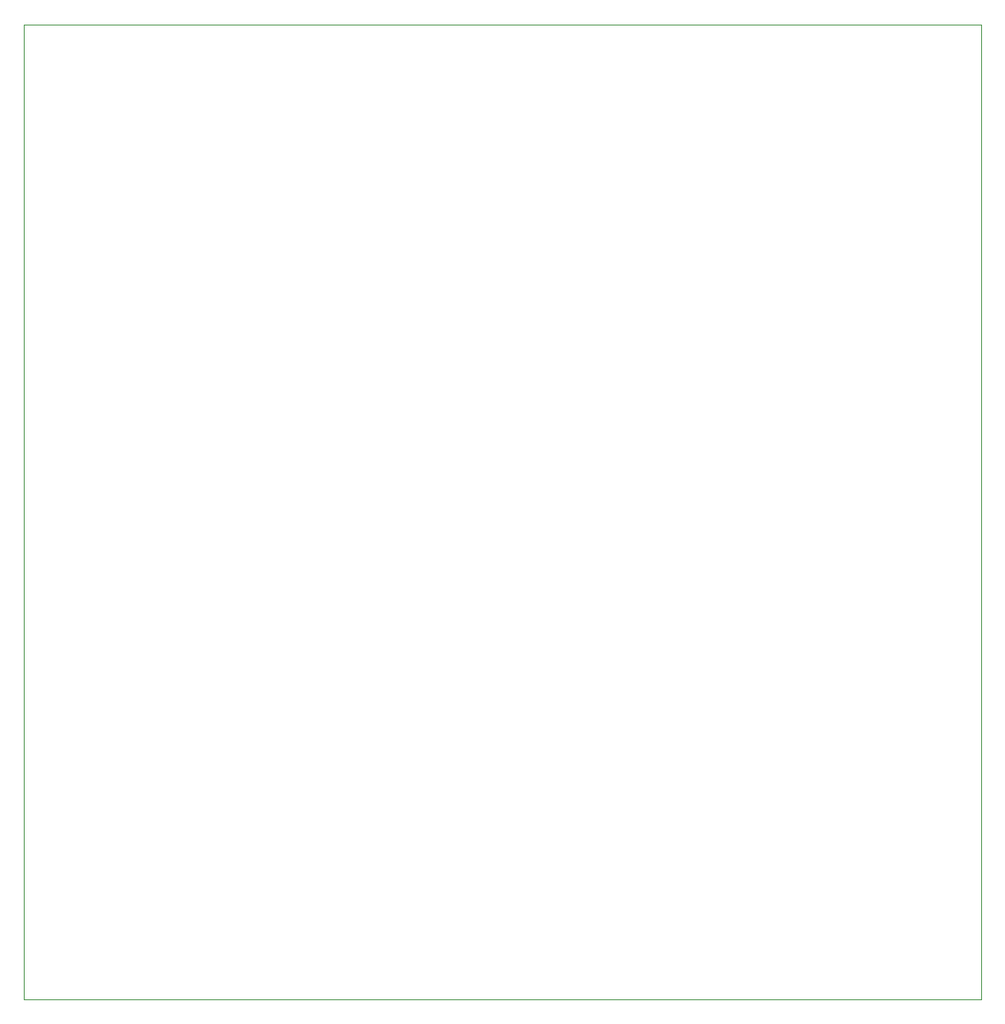
<source format=gbr>
%TF.GenerationSoftware,KiCad,Pcbnew,8.0.3*%
%TF.CreationDate,2024-06-30T23:13:16-03:00*%
%TF.ProjectId,led aqu_rio,6c656420-6171-475e-9172-696f2e6b6963,rev?*%
%TF.SameCoordinates,Original*%
%TF.FileFunction,Profile,NP*%
%FSLAX46Y46*%
G04 Gerber Fmt 4.6, Leading zero omitted, Abs format (unit mm)*
G04 Created by KiCad (PCBNEW 8.0.3) date 2024-06-30 23:13:16*
%MOMM*%
%LPD*%
G01*
G04 APERTURE LIST*
%TA.AperFunction,Profile*%
%ADD10C,0.050000*%
%TD*%
G04 APERTURE END LIST*
D10*
X291040000Y-92110000D02*
X389740000Y-92110000D01*
X389740000Y-192610000D01*
X291040000Y-192610000D01*
X291040000Y-92110000D01*
M02*

</source>
